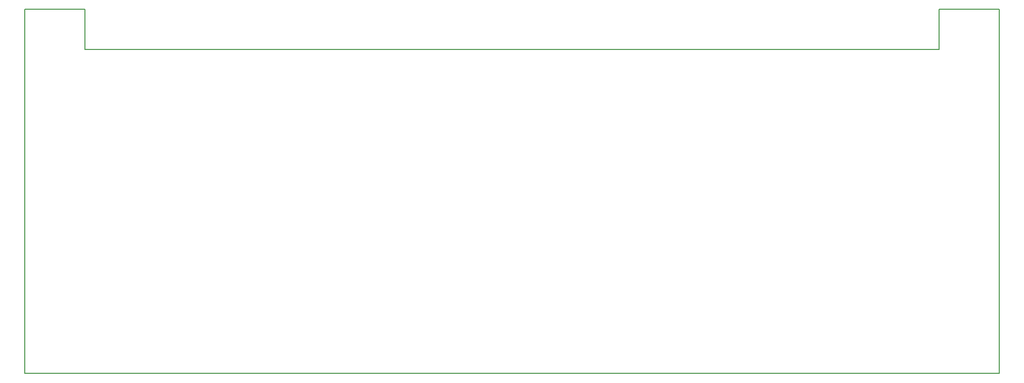
<source format=gbr>
G04 #@! TF.FileFunction,Profile,NP*
%FSLAX46Y46*%
G04 Gerber Fmt 4.6, Leading zero omitted, Abs format (unit mm)*
G04 Created by KiCad (PCBNEW 4.0.6) date 03/06/18 07:35:55*
%MOMM*%
%LPD*%
G01*
G04 APERTURE LIST*
%ADD10C,0.100000*%
%ADD11C,0.150000*%
G04 APERTURE END LIST*
D10*
D11*
X65736000Y-91016000D02*
X235736000Y-91016000D01*
X65736000Y-91016000D02*
X76236000Y-91016000D01*
X225236000Y-27432000D02*
X235736000Y-27432000D01*
X225236000Y-27432000D02*
X225236000Y-34432000D01*
X235736000Y-27432000D02*
X235736000Y-91016000D01*
X76236000Y-34432000D02*
X76236000Y-27432000D01*
X65736000Y-27432000D02*
X76236000Y-27432000D01*
X65736000Y-27432000D02*
X65736000Y-91016000D01*
X76236000Y-34432000D02*
X225236000Y-34432000D01*
M02*

</source>
